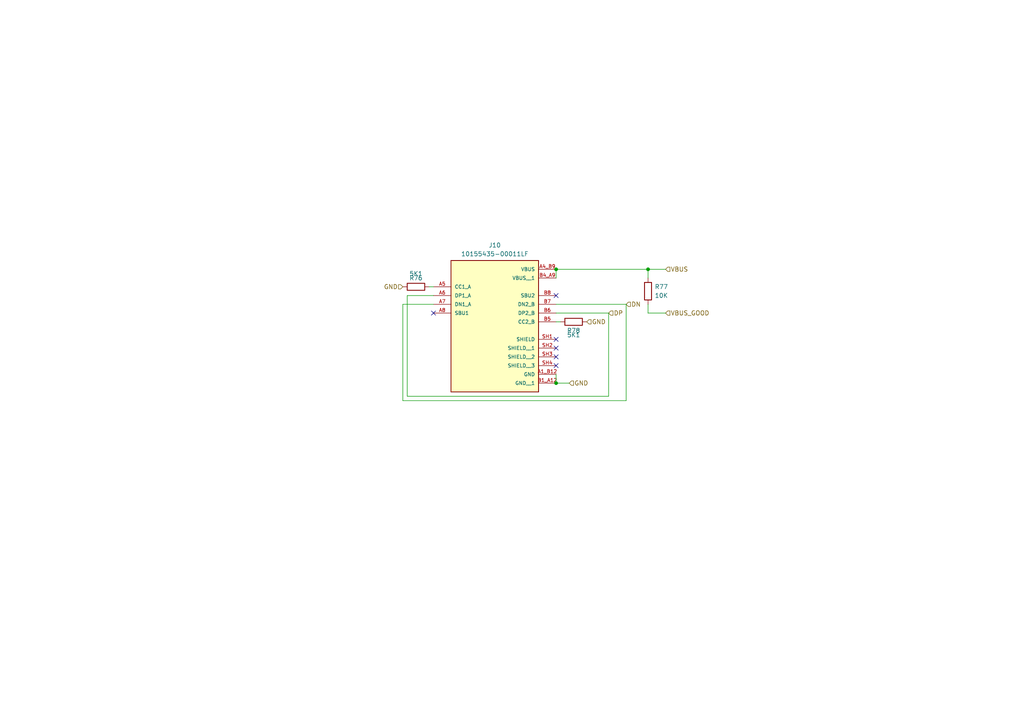
<source format=kicad_sch>
(kicad_sch (version 20231120) (generator "eeschema") (generator_version "8.0")
  (paper "A4")
  (lib_symbols
    (symbol "Common:10155435-00011LF" (pin_names (offset 1.016))
      (property "Reference" "J" (at -12.7 13.462 0))
      (property "Value" "10155435-00011LF" (at -12.7 -26.162 0))
      (symbol "10155435-00011LF_0_0"
        (rectangle (start -12.7 -25.4) (end 12.7 12.7) (stroke (width 0.254)) (fill (type background)))
        (pin power_in line (at 17.78 -20.32 180) (length 5.08) (name "GND") (number "A1_B12"))
        (pin power_in line (at 17.78 10.16 180) (length 5.08) (name "VBUS") (number "A4_B9"))
        (pin bidirectional line (at -17.78 5.08 0) (length 5.08) (name "CC1_A") (number "A5"))
        (pin bidirectional line (at -17.78 2.54 0) (length 5.08) (name "DP1_A") (number "A6"))
        (pin bidirectional line (at -17.78 0 0) (length 5.08) (name "DN1_A") (number "A7"))
        (pin bidirectional line (at -17.78 -2.54 0) (length 5.08) (name "SBU1") (number "A8"))
        (pin power_in line (at 17.78 -22.86 180) (length 5.08) (name "GND__1") (number "B1_A12"))
        (pin power_in line (at 17.78 7.62 180) (length 5.08) (name "VBUS__1") (number "B4_A9"))
        (pin bidirectional line (at 17.78 -5.08 180) (length 5.08) (name "CC2_B") (number "B5"))
        (pin bidirectional line (at 17.78 -2.54 180) (length 5.08) (name "DP2_B") (number "B6"))
        (pin bidirectional line (at 17.78 0 180) (length 5.08) (name "DN2_B") (number "B7"))
        (pin bidirectional line (at 17.78 2.54 180) (length 5.08) (name "SBU2") (number "B8"))
        (pin passive line (at 17.78 -10.16 180) (length 5.08) (name "SHIELD") (number "SH1"))
        (pin passive line (at 17.78 -12.7 180) (length 5.08) (name "SHIELD__1") (number "SH2"))
        (pin passive line (at 17.78 -15.24 180) (length 5.08) (name "SHIELD__2") (number "SH3"))
        (pin passive line (at 17.78 -17.78 180) (length 5.08) (name "SHIELD__3") (number "SH4"))
      )
    )
    (symbol "Device:R" (pin_numbers hide) (pin_names (offset 0))
      (property "Reference" "R" (at 2.032 0 90))
      (property "Value" "R" (at 0 0 90))
      (symbol "R_0_1"
        (rectangle (start -1.016 -2.54) (end 1.016 2.54) (stroke (width 0.254)))
      )
      (symbol "R_1_1"
        (pin passive line (at 0 3.81 270) (length 1.27) (name "~") (number "1"))
        (pin passive line (at 0 -3.81 90) (length 1.27) (name "~") (number "2"))
      )
    )
  )
  (junction (at 161.29 111.125))
  (junction (at 161.29 78.105))
  (junction (at 187.96 78.105))
  (no_connect (at 161.29 106.045))
  (no_connect (at 161.29 98.425))
  (no_connect (at 161.29 103.505))
  (no_connect (at 161.29 100.965))
  (no_connect (at 125.73 90.805))
  (no_connect (at 161.29 85.725))
  (wire (pts (xy 116.84 116.205) (xy 181.61 116.205)))
  (wire (pts (xy 193.04 78.105) (xy 187.96 78.105)))
  (wire (pts (xy 161.29 78.105) (xy 161.29 80.645)))
  (wire (pts (xy 161.29 88.265) (xy 181.61 88.265)))
  (wire (pts (xy 161.29 93.345) (xy 162.56 93.345)))
  (wire (pts (xy 161.29 108.585) (xy 161.29 111.125)))
  (wire (pts (xy 118.11 85.725) (xy 118.11 114.935)))
  (wire (pts (xy 193.04 90.805) (xy 187.96 90.805)))
  (wire (pts (xy 161.29 78.105) (xy 187.96 78.105)))
  (wire (pts (xy 161.29 90.805) (xy 176.53 90.805)))
  (wire (pts (xy 116.84 116.205) (xy 116.84 88.265)))
  (wire (pts (xy 118.11 114.935) (xy 176.53 114.935)))
  (wire (pts (xy 161.29 111.125) (xy 165.1 111.125)))
  (wire (pts (xy 125.73 83.185) (xy 124.46 83.185)))
  (wire (pts (xy 181.61 88.265) (xy 181.61 116.205)))
  (wire (pts (xy 125.73 85.725) (xy 118.11 85.725)))
  (wire (pts (xy 176.53 90.805) (xy 176.53 114.935)))
  (wire (pts (xy 187.96 90.805) (xy 187.96 88.265)))
  (wire (pts (xy 116.84 88.265) (xy 125.73 88.265)))
  (wire (pts (xy 187.96 78.105) (xy 187.96 80.645)))
  (hierarchical_label "DP" (shape input) (at 176.53 90.805 0))
  (hierarchical_label "GND" (shape input) (at 116.84 83.185 180))
  (hierarchical_label "GND" (shape input) (at 170.18 93.345 0))
  (hierarchical_label "VBUS_GOOD" (shape input) (at 193.04 90.805 0))
  (hierarchical_label "VBUS" (shape input) (at 193.04 78.105 0))
  (hierarchical_label "GND" (shape input) (at 165.1 111.125 0))
  (hierarchical_label "DN" (shape input) (at 181.61 88.265 0))
  (symbol (lib_id "Device:R") (at 187.96 84.455 0) (unit 1)
    (property "Reference" "R77" (at 189.865 83.1849 0) (effects (justify left)))
    (property "Value" "10K" (at 189.865 85.7249 0) (effects (justify left)))
    (property "Footprint" "Resistor_SMD:R_0402_1005Metric_Pad0.72x0.64mm_HandSolder" (effects (hide yes)))
    (property "Datasheet" "https://www.yageo.com/upload/media/product/products/datasheet/rchip/PYu-RC_Group_51_RoHS_L_12.pdf" (effects (hide yes)))
    (property "Description" "Resistor" (effects (hide yes)))
    (property "Manufacturer" "YAGEO" (effects (hide yes)))
    (property "Part Number" "RC0402FR-0710KL" (effects (hide yes)))
    (property "Tolerance" "1" (effects (hide yes)))
  )
  (symbol (lib_id "Common:10155435-00011LF") (at 143.51 88.265 0) (unit 1)
    (property "Reference" "J10" (at 143.51 71.12 0))
    (property "Value" "10155435-00011LF" (at 143.51 73.66 0))
    (property "Footprint" "Common:AMPHENOL_10155435-00011LF" (effects (hide yes)))
    (property "Datasheet" "https://cdn.amphenol-cs.com/media/wysiwyg/files/documentation/datasheet/inputoutput/io_usb_type_c_connector_cable.pdf" (effects (hide yes)))
    (property "Part Number" "10155435-00011LF" (effects (hide yes)))
    (property "Manufacturer" "Amphenol" (effects (hide yes)))
  )
  (symbol (lib_id "Device:R") (at 166.37 93.345 270) (unit 1)
    (property "Reference" "R78" (at 166.37 95.885 90))
    (property "Value" "5K1" (at 166.37 97.155 90))
    (property "Footprint" "Resistor_SMD:R_0402_1005Metric_Pad0.72x0.64mm_HandSolder" (effects (hide yes)))
    (property "Datasheet" "https://www.yageo.com/upload/media/product/products/datasheet/rchip/PYu-RC_Group_51_RoHS_L_12.pdf" (effects (hide yes)))
    (property "Part Number" "RC0402FR-075K1L" (effects (hide yes)))
    (property "Tolerance" "1" (effects (hide yes)))
    (property "Manufacturer" "YAGEO" (effects (hide yes)))
  )
  (symbol (lib_id "Device:R") (at 120.65 83.185 270) (unit 1)
    (property "Reference" "R76" (at 120.65 80.645 90))
    (property "Value" "5K1" (at 120.65 79.375 90))
    (property "Footprint" "Resistor_SMD:R_0402_1005Metric_Pad0.72x0.64mm_HandSolder" (effects (hide yes)))
    (property "Datasheet" "https://www.yageo.com/upload/media/product/products/datasheet/rchip/PYu-RC_Group_51_RoHS_L_12.pdf" (effects (hide yes)))
    (property "Part Number" "RC0402FR-075K1L" (effects (hide yes)))
    (property "Tolerance" "1" (effects (hide yes)))
    (property "Manufacturer" "YAGEO" (effects (hide yes)))
  )
)
</source>
